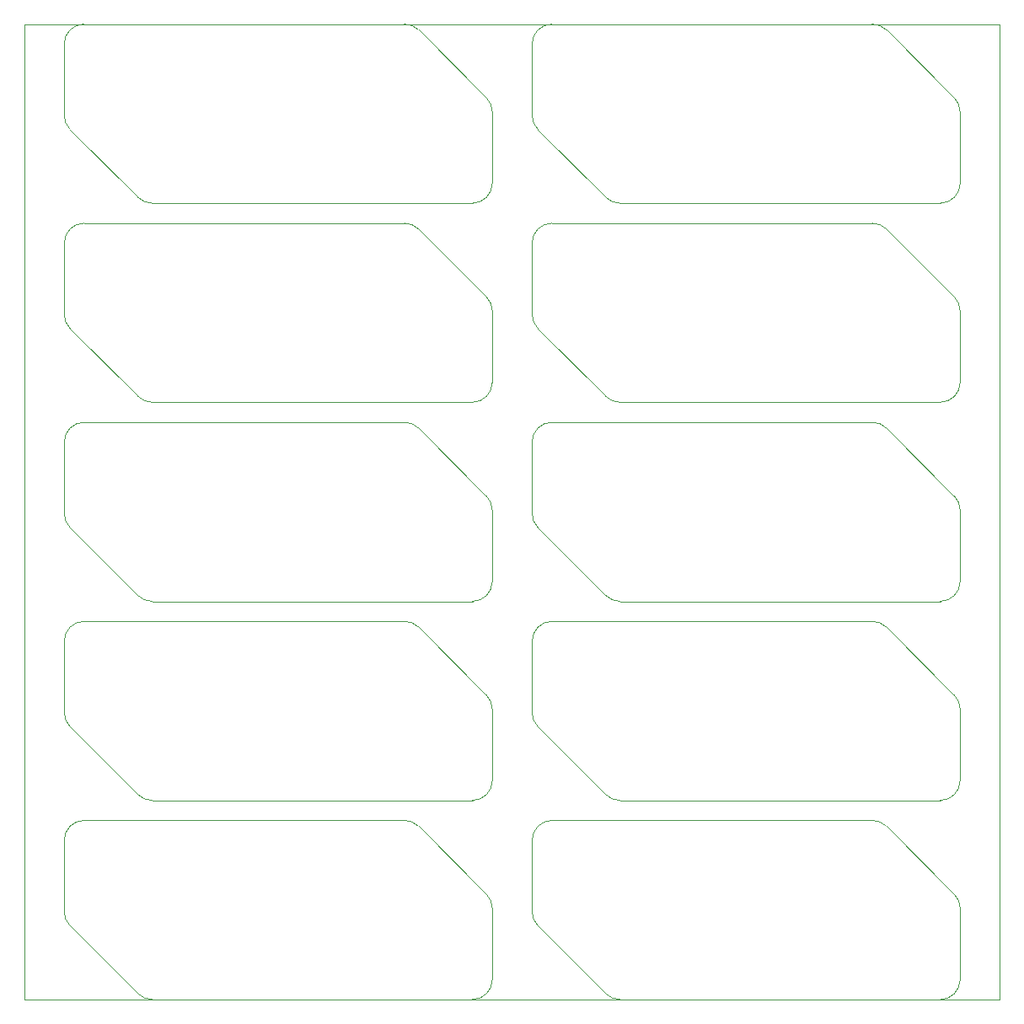
<source format=gm1>
G04*
G04 #@! TF.GenerationSoftware,Altium Limited,Altium Designer,19.1.9 (167)*
G04*
G04 Layer_Color=16711935*
%FSLAX25Y25*%
%MOIN*%
G70*
G01*
G75*
%ADD17C,0.00039*%
D17*
X-0Y385827D02*
X0Y0D01*
X-0Y385827D02*
X385827Y385827D01*
X385827Y-0D02*
X385827Y385827D01*
X0Y0D02*
X385827Y-0D01*
X15748Y349718D02*
G03*
X18054Y344150I7874J0D01*
G01*
X23622Y385827D02*
G03*
X15748Y377953I-0J-7874D01*
G01*
X155850Y383521D02*
G03*
X150282Y385827I-5568J-5568D01*
G01*
X185039Y351069D02*
G03*
X182733Y356637I-7874J-0D01*
G01*
X177165Y314961D02*
G03*
X185039Y322835I0J7874D01*
G01*
X44938Y317267D02*
G03*
X50506Y314961I5568J5568D01*
G01*
X18054Y344150D02*
X44938Y317267D01*
X15748Y377953D02*
Y349718D01*
X23622Y385827D02*
X150282D01*
X155850Y383521D02*
X182733Y356637D01*
X185039Y351069D02*
Y322835D01*
X50506Y314961D02*
X177165D01*
X15748Y270978D02*
G03*
X18054Y265410I7874J0D01*
G01*
X23622Y307087D02*
G03*
X15748Y299213I-0J-7874D01*
G01*
X155850Y304780D02*
G03*
X150282Y307087I-5568J-5568D01*
G01*
X185039Y272329D02*
G03*
X182733Y277897I-7874J-0D01*
G01*
X177165Y236220D02*
G03*
X185039Y244094I0J7874D01*
G01*
X44938Y238527D02*
G03*
X50506Y236220I5568J5568D01*
G01*
X18054Y265410D02*
X44938Y238527D01*
X15748Y299213D02*
Y270978D01*
X23622Y307087D02*
X150282D01*
X155850Y304780D02*
X182733Y277897D01*
X185039Y272329D02*
Y244094D01*
X50506Y236220D02*
X177165D01*
X15748Y192238D02*
G03*
X18054Y186670I7874J0D01*
G01*
X23622Y228346D02*
G03*
X15748Y220472I-0J-7874D01*
G01*
X155850Y226040D02*
G03*
X150282Y228346I-5568J-5568D01*
G01*
X185039Y193589D02*
G03*
X182733Y199157I-7874J-0D01*
G01*
X177165Y157480D02*
G03*
X185039Y165354I0J7874D01*
G01*
X44938Y159786D02*
G03*
X50506Y157480I5568J5568D01*
G01*
X18054Y186670D02*
X44938Y159786D01*
X15748Y220472D02*
Y192238D01*
X23622Y228346D02*
X150282D01*
X155850Y226040D02*
X182733Y199157D01*
X185039Y193589D02*
Y165354D01*
X50506Y157480D02*
X177165D01*
X15748Y113498D02*
G03*
X18054Y107930I7874J0D01*
G01*
X23622Y149606D02*
G03*
X15748Y141732I-0J-7874D01*
G01*
X155850Y147300D02*
G03*
X150282Y149606I-5568J-5568D01*
G01*
X185039Y114849D02*
G03*
X182733Y120416I-7874J-0D01*
G01*
X177165Y78740D02*
G03*
X185039Y86614I0J7874D01*
G01*
X44938Y81046D02*
G03*
X50506Y78740I5568J5568D01*
G01*
X18054Y107930D02*
X44938Y81046D01*
X15748Y141732D02*
Y113498D01*
X23622Y149606D02*
X150282D01*
X155850Y147300D02*
X182733Y120416D01*
X185039Y114849D02*
Y86614D01*
X50506Y78740D02*
X177165D01*
X15748Y34758D02*
G03*
X18054Y29190I7874J0D01*
G01*
X23622Y70866D02*
G03*
X15748Y62992I-0J-7874D01*
G01*
X155850Y68560D02*
G03*
X150282Y70866I-5568J-5568D01*
G01*
X185039Y36108D02*
G03*
X182733Y41676I-7874J-0D01*
G01*
X177165Y-0D02*
G03*
X185039Y7874I0J7874D01*
G01*
X44938Y2306D02*
G03*
X50506Y-0I5568J5568D01*
G01*
X18054Y29190D02*
X44938Y2306D01*
X15748Y62992D02*
Y34758D01*
X23622Y70866D02*
X150282D01*
X155850Y68560D02*
X182733Y41676D01*
X185039Y36108D02*
Y7874D01*
X50506Y-0D02*
X177165D01*
X200787Y349718D02*
G03*
X203094Y344150I7874J0D01*
G01*
X208661Y385827D02*
G03*
X200787Y377953I-0J-7874D01*
G01*
X340889Y383521D02*
G03*
X335321Y385827I-5568J-5568D01*
G01*
X370079Y351069D02*
G03*
X367773Y356637I-7874J-0D01*
G01*
X362205Y314961D02*
G03*
X370079Y322835I0J7874D01*
G01*
X229977Y317267D02*
G03*
X235545Y314961I5568J5568D01*
G01*
X203094Y344150D02*
X229977Y317267D01*
X200787Y377953D02*
Y349718D01*
X208661Y385827D02*
X335321D01*
X340889Y383521D02*
X367773Y356637D01*
X370079Y351069D02*
Y322835D01*
X235545Y314961D02*
X362205D01*
X200787Y270978D02*
G03*
X203094Y265410I7874J0D01*
G01*
X208661Y307087D02*
G03*
X200787Y299213I-0J-7874D01*
G01*
X340889Y304780D02*
G03*
X335321Y307087I-5568J-5568D01*
G01*
X370079Y272329D02*
G03*
X367773Y277897I-7874J-0D01*
G01*
X362205Y236220D02*
G03*
X370079Y244094I0J7874D01*
G01*
X229977Y238527D02*
G03*
X235545Y236220I5568J5568D01*
G01*
X203094Y265410D02*
X229977Y238527D01*
X200787Y299213D02*
Y270978D01*
X208661Y307087D02*
X335321D01*
X340889Y304780D02*
X367773Y277897D01*
X370079Y272329D02*
Y244094D01*
X235545Y236220D02*
X362205D01*
X200787Y192238D02*
G03*
X203094Y186670I7874J0D01*
G01*
X208661Y228346D02*
G03*
X200787Y220472I-0J-7874D01*
G01*
X340889Y226040D02*
G03*
X335321Y228346I-5568J-5568D01*
G01*
X370079Y193589D02*
G03*
X367773Y199157I-7874J-0D01*
G01*
X362205Y157480D02*
G03*
X370079Y165354I0J7874D01*
G01*
X229977Y159786D02*
G03*
X235545Y157480I5568J5568D01*
G01*
X203094Y186670D02*
X229977Y159786D01*
X200787Y220472D02*
Y192238D01*
X208661Y228346D02*
X335321D01*
X340889Y226040D02*
X367773Y199157D01*
X370079Y193589D02*
Y165354D01*
X235545Y157480D02*
X362205D01*
X200787Y113498D02*
G03*
X203094Y107930I7874J0D01*
G01*
X208661Y149606D02*
G03*
X200787Y141732I-0J-7874D01*
G01*
X340889Y147300D02*
G03*
X335321Y149606I-5568J-5568D01*
G01*
X370079Y114849D02*
G03*
X367773Y120416I-7874J-0D01*
G01*
X362205Y78740D02*
G03*
X370079Y86614I0J7874D01*
G01*
X229977Y81046D02*
G03*
X235545Y78740I5568J5568D01*
G01*
X203094Y107930D02*
X229977Y81046D01*
X200787Y141732D02*
Y113498D01*
X208661Y149606D02*
X335321D01*
X340889Y147300D02*
X367773Y120416D01*
X370079Y114849D02*
Y86614D01*
X235545Y78740D02*
X362205D01*
X200787Y34758D02*
G03*
X203094Y29190I7874J0D01*
G01*
X208661Y70866D02*
G03*
X200787Y62992I-0J-7874D01*
G01*
X340889Y68560D02*
G03*
X335321Y70866I-5568J-5568D01*
G01*
X370079Y36108D02*
G03*
X367773Y41676I-7874J-0D01*
G01*
X362205Y-0D02*
G03*
X370079Y7874I0J7874D01*
G01*
X229977Y2306D02*
G03*
X235545Y-0I5568J5568D01*
G01*
X203094Y29190D02*
X229977Y2306D01*
X200787Y62992D02*
Y34758D01*
X208661Y70866D02*
X335321D01*
X340889Y68560D02*
X367773Y41676D01*
X370079Y36108D02*
Y7874D01*
X235545Y-0D02*
X362205D01*
M02*

</source>
